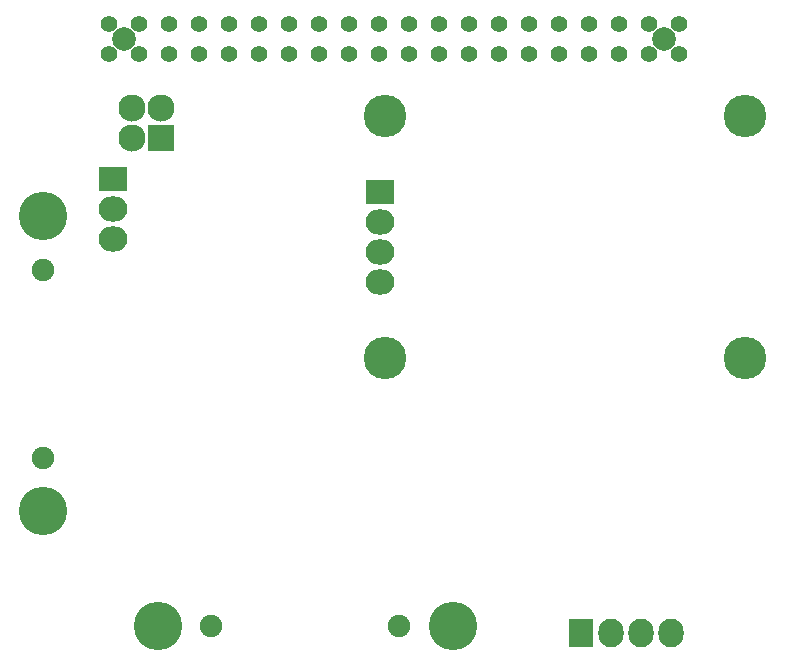
<source format=gbs>
G04 #@! TF.FileFunction,Soldermask,Bot*
%FSLAX46Y46*%
G04 Gerber Fmt 4.6, Leading zero omitted, Abs format (unit mm)*
G04 Created by KiCad (PCBNEW (2016-03-06 BZR 6610)-product) date 2016 August 04, Thursday 19:48:28*
%MOMM*%
G01*
G04 APERTURE LIST*
%ADD10C,0.100000*%
%ADD11R,2.300000X2.300000*%
%ADD12C,2.300000*%
%ADD13R,2.432000X2.127200*%
%ADD14O,2.432000X2.127200*%
%ADD15C,2.000000*%
%ADD16C,1.400000*%
%ADD17C,4.100000*%
%ADD18C,1.900000*%
%ADD19C,3.600000*%
%ADD20R,2.127200X2.432000*%
%ADD21O,2.127200X2.432000*%
G04 APERTURE END LIST*
D10*
D11*
X130315000Y-84125000D03*
D12*
X130315000Y-81625000D03*
X127815000Y-84125000D03*
X127815000Y-81625000D03*
D13*
X148800000Y-88690000D03*
D14*
X148800000Y-91230000D03*
X148800000Y-93770000D03*
X148800000Y-96310000D03*
D13*
X126200000Y-87610000D03*
D14*
X126200000Y-90150000D03*
X126200000Y-92690000D03*
D15*
X127140000Y-75750000D03*
X172860000Y-75750000D03*
D16*
X125870000Y-77020000D03*
X128410000Y-77020000D03*
X130950000Y-77020000D03*
X133490000Y-77020000D03*
X136030000Y-77020000D03*
X138570000Y-77020000D03*
X141110000Y-77020000D03*
X143650000Y-77020000D03*
X146190000Y-77020000D03*
X148730000Y-77020000D03*
X151270000Y-77020000D03*
X153810000Y-77020000D03*
X156350000Y-77020000D03*
X158890000Y-77020000D03*
X161430000Y-77020000D03*
X163970000Y-77020000D03*
X166510000Y-77020000D03*
X169050000Y-77020000D03*
X171590000Y-77020000D03*
X174130000Y-77020000D03*
X125870000Y-74480000D03*
X128410000Y-74480000D03*
X130950000Y-74480000D03*
X133490000Y-74480000D03*
X136030000Y-74480000D03*
X138570000Y-74480000D03*
X141110000Y-74480000D03*
X143650000Y-74480000D03*
X146190000Y-74480000D03*
X148730000Y-74480000D03*
X151270000Y-74480000D03*
X153810000Y-74480000D03*
X156350000Y-74480000D03*
X158890000Y-74480000D03*
X161430000Y-74480000D03*
X163970000Y-74480000D03*
X166510000Y-74480000D03*
X169050000Y-74480000D03*
X171590000Y-74480000D03*
X174130000Y-74480000D03*
D17*
X120300000Y-115745000D03*
X120300000Y-90755000D03*
D18*
X120300000Y-111200000D03*
X120300000Y-95300000D03*
D17*
X154995000Y-125450000D03*
X130005000Y-125450000D03*
D18*
X150450000Y-125450000D03*
X134550000Y-125450000D03*
D19*
X149250000Y-82250000D03*
X179750000Y-82250000D03*
X149250000Y-102750000D03*
X179750000Y-102750000D03*
D20*
X165875000Y-126035000D03*
D21*
X168415000Y-126035000D03*
X170955000Y-126035000D03*
X173495000Y-126035000D03*
M02*

</source>
